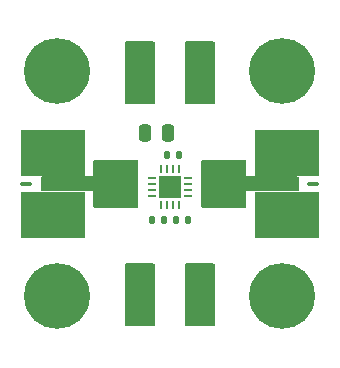
<source format=gbr>
%TF.GenerationSoftware,KiCad,Pcbnew,8.0.0*%
%TF.CreationDate,2024-07-26T18:05:43-04:00*%
%TF.ProjectId,X-Band Amplifier HMC441,582d4261-6e64-4204-916d-706c69666965,v1.1*%
%TF.SameCoordinates,Original*%
%TF.FileFunction,Soldermask,Top*%
%TF.FilePolarity,Negative*%
%FSLAX46Y46*%
G04 Gerber Fmt 4.6, Leading zero omitted, Abs format (unit mm)*
G04 Created by KiCad (PCBNEW 8.0.0) date 2024-07-26 18:05:43*
%MOMM*%
%LPD*%
G01*
G04 APERTURE LIST*
G04 Aperture macros list*
%AMRoundRect*
0 Rectangle with rounded corners*
0 $1 Rounding radius*
0 $2 $3 $4 $5 $6 $7 $8 $9 X,Y pos of 4 corners*
0 Add a 4 corners polygon primitive as box body*
4,1,4,$2,$3,$4,$5,$6,$7,$8,$9,$2,$3,0*
0 Add four circle primitives for the rounded corners*
1,1,$1+$1,$2,$3*
1,1,$1+$1,$4,$5*
1,1,$1+$1,$6,$7*
1,1,$1+$1,$8,$9*
0 Add four rect primitives between the rounded corners*
20,1,$1+$1,$2,$3,$4,$5,0*
20,1,$1+$1,$4,$5,$6,$7,0*
20,1,$1+$1,$6,$7,$8,$9,0*
20,1,$1+$1,$8,$9,$2,$3,0*%
G04 Aperture macros list end*
%ADD10RoundRect,0.250000X-0.250000X-0.475000X0.250000X-0.475000X0.250000X0.475000X-0.250000X0.475000X0*%
%ADD11R,0.711200X0.254000*%
%ADD12R,0.254000X0.711200*%
%ADD13C,0.508000*%
%ADD14R,1.955800X1.955800*%
%ADD15RoundRect,0.140000X-0.140000X-0.170000X0.140000X-0.170000X0.140000X0.170000X-0.140000X0.170000X0*%
%ADD16RoundRect,0.087500X0.412500X-0.087500X0.412500X0.087500X-0.412500X0.087500X-0.412500X-0.087500X0*%
%ADD17R,5.500000X4.000000*%
%ADD18RoundRect,0.087500X-0.412500X0.087500X-0.412500X-0.087500X0.412500X-0.087500X0.412500X0.087500X0*%
%ADD19C,5.562600*%
%ADD20RoundRect,0.140000X0.140000X0.170000X-0.140000X0.170000X-0.140000X-0.170000X0.140000X-0.170000X0*%
G04 APERTURE END LIST*
D10*
%TO.C,C1*%
X137607000Y-59182000D03*
X139507000Y-59182000D03*
%TD*%
D11*
%TO.C,U1*%
X138201400Y-63003999D03*
X138201400Y-63504000D03*
X138201400Y-64004000D03*
X138201400Y-64504001D03*
D12*
X138949999Y-65252600D03*
X139450000Y-65252600D03*
X139950000Y-65252600D03*
X140450001Y-65252600D03*
D11*
X141198600Y-64504001D03*
X141198600Y-64004000D03*
X141198600Y-63504000D03*
X141198600Y-63003999D03*
D12*
X140450001Y-62255400D03*
X139950000Y-62255400D03*
X139450000Y-62255400D03*
X138949999Y-62255400D03*
D13*
X139065000Y-63119000D03*
X139065000Y-63754000D03*
X139065000Y-64389000D03*
X139700000Y-63119000D03*
X139700000Y-63754000D03*
D14*
X139700000Y-63754000D03*
D13*
X139700000Y-64389000D03*
X140335000Y-63119000D03*
X140335000Y-63754000D03*
X140335000Y-64389000D03*
%TD*%
D15*
%TO.C,C4*%
X140236000Y-66548000D03*
X141196000Y-66548000D03*
%TD*%
%TO.C,C3*%
X138204000Y-66548000D03*
X139164000Y-66548000D03*
%TD*%
D16*
%TO.C,J2*%
X151850000Y-63500000D03*
D17*
X149600000Y-66135000D03*
X149600000Y-60865000D03*
%TD*%
D18*
%TO.C,J1*%
X127550000Y-63500000D03*
D17*
X129800000Y-60865000D03*
X129800000Y-66135000D03*
%TD*%
D19*
%TO.C,H2*%
X149225000Y-53975000D03*
%TD*%
%TO.C,H3*%
X130175000Y-73025000D03*
%TD*%
D20*
%TO.C,C2*%
X140434000Y-61087000D03*
X139474000Y-61087000D03*
%TD*%
D19*
%TO.C,H4*%
X149225000Y-73025000D03*
%TD*%
%TO.C,H1*%
X130175000Y-53975000D03*
%TD*%
G36*
X138373039Y-51454685D02*
G01*
X138418794Y-51507489D01*
X138430000Y-51559000D01*
X138430000Y-56645000D01*
X138410315Y-56712039D01*
X138357511Y-56757794D01*
X138306000Y-56769000D01*
X136014000Y-56769000D01*
X135946961Y-56749315D01*
X135901206Y-56696511D01*
X135890000Y-56645000D01*
X135890000Y-51559000D01*
X135909685Y-51491961D01*
X135962489Y-51446206D01*
X136014000Y-51435000D01*
X138306000Y-51435000D01*
X138373039Y-51454685D01*
G37*
G36*
X143453039Y-51454685D02*
G01*
X143498794Y-51507489D01*
X143510000Y-51559000D01*
X143510000Y-56645000D01*
X143490315Y-56712039D01*
X143437511Y-56757794D01*
X143386000Y-56769000D01*
X141094000Y-56769000D01*
X141026961Y-56749315D01*
X140981206Y-56696511D01*
X140970000Y-56645000D01*
X140970000Y-51559000D01*
X140989685Y-51491961D01*
X141042489Y-51446206D01*
X141094000Y-51435000D01*
X143386000Y-51435000D01*
X143453039Y-51454685D01*
G37*
G36*
X136975121Y-61488002D02*
G01*
X137021614Y-61541658D01*
X137033000Y-61594000D01*
X137033000Y-65406000D01*
X137012998Y-65474121D01*
X136959342Y-65520614D01*
X136907000Y-65532000D01*
X133349000Y-65532000D01*
X133280879Y-65511998D01*
X133234386Y-65458342D01*
X133223000Y-65406000D01*
X133223000Y-64135000D01*
X128904000Y-64135000D01*
X128835879Y-64114998D01*
X128789386Y-64061342D01*
X128778000Y-64009000D01*
X128778000Y-62991000D01*
X128798002Y-62922879D01*
X128851658Y-62876386D01*
X128904000Y-62865000D01*
X133223000Y-62865000D01*
X133223000Y-61594000D01*
X133243002Y-61525879D01*
X133296658Y-61479386D01*
X133349000Y-61468000D01*
X136907000Y-61468000D01*
X136975121Y-61488002D01*
G37*
G36*
X146119121Y-61488002D02*
G01*
X146165614Y-61541658D01*
X146177000Y-61594000D01*
X146177000Y-62865000D01*
X150496000Y-62865000D01*
X150564121Y-62885002D01*
X150610614Y-62938658D01*
X150622000Y-62991000D01*
X150622000Y-64009000D01*
X150601998Y-64077121D01*
X150548342Y-64123614D01*
X150496000Y-64135000D01*
X146177000Y-64135000D01*
X146177000Y-65406000D01*
X146156998Y-65474121D01*
X146103342Y-65520614D01*
X146051000Y-65532000D01*
X142493000Y-65532000D01*
X142424879Y-65511998D01*
X142378386Y-65458342D01*
X142367000Y-65406000D01*
X142367000Y-61594000D01*
X142387002Y-61525879D01*
X142440658Y-61479386D01*
X142493000Y-61468000D01*
X146051000Y-61468000D01*
X146119121Y-61488002D01*
G37*
G36*
X143453039Y-70250685D02*
G01*
X143498794Y-70303489D01*
X143510000Y-70355000D01*
X143510000Y-75441000D01*
X143490315Y-75508039D01*
X143437511Y-75553794D01*
X143386000Y-75565000D01*
X141094000Y-75565000D01*
X141026961Y-75545315D01*
X140981206Y-75492511D01*
X140970000Y-75441000D01*
X140970000Y-70355000D01*
X140989685Y-70287961D01*
X141042489Y-70242206D01*
X141094000Y-70231000D01*
X143386000Y-70231000D01*
X143453039Y-70250685D01*
G37*
G36*
X138373039Y-70250685D02*
G01*
X138418794Y-70303489D01*
X138430000Y-70355000D01*
X138430000Y-75441000D01*
X138410315Y-75508039D01*
X138357511Y-75553794D01*
X138306000Y-75565000D01*
X136014000Y-75565000D01*
X135946961Y-75545315D01*
X135901206Y-75492511D01*
X135890000Y-75441000D01*
X135890000Y-70355000D01*
X135909685Y-70287961D01*
X135962489Y-70242206D01*
X136014000Y-70231000D01*
X138306000Y-70231000D01*
X138373039Y-70250685D01*
G37*
M02*

</source>
